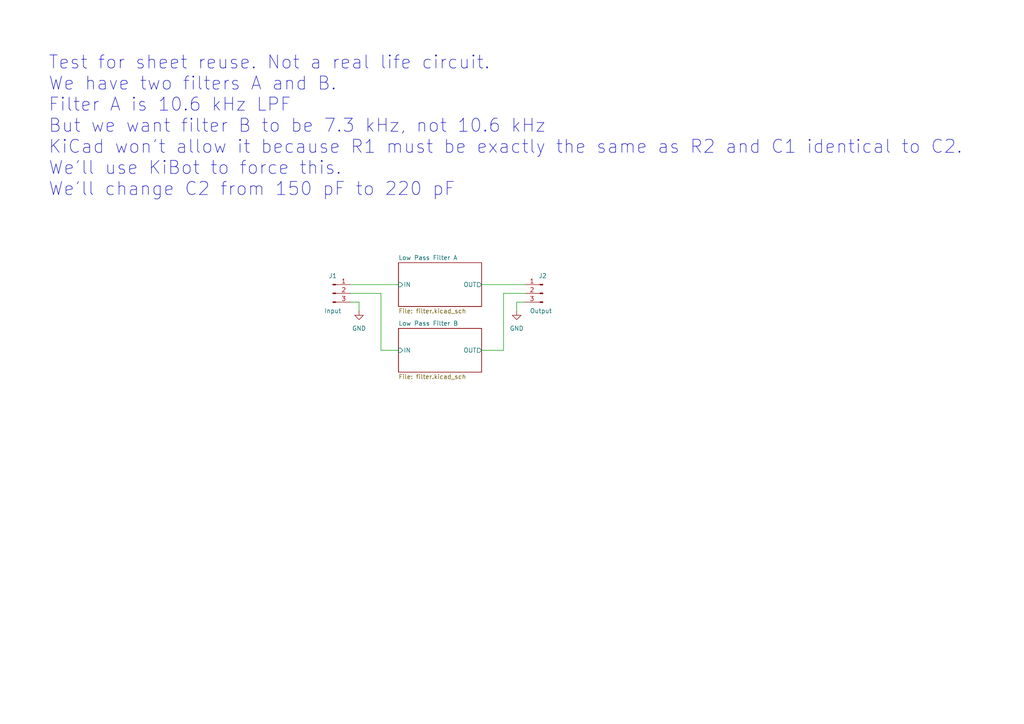
<source format=kicad_sch>
(kicad_sch (version 20250114) (generator "eeschema") (generator_version "9.0")
  (paper "A4")
  (title_block (title "Value change, two filters example") (date "2023-04-25") (rev "A") (company "Instituto Nacional de Tecnología Industrial (INTI)") (comment 1 "KiBot"))
  (lib_symbols
    (symbol "Connector:Conn_01x03_Pin" (pin_names (offset 1.016) (hide yes))
      (property "Reference" "J" (at 0 5.08 0))
      (property "Value" "Conn_01x03_Pin" (at 0 -5.08 0))
      (symbol "Conn_01x03_Pin_1_1"
        (rectangle (start 0.8636 2.667) (end 0 2.413) (stroke (width 0.1524)) (fill (type outline)))
        (rectangle (start 0.8636 0.127) (end 0 -0.127) (stroke (width 0.1524)) (fill (type outline)))
        (rectangle (start 0.8636 -2.413) (end 0 -2.667) (stroke (width 0.1524)) (fill (type outline)))
        (polyline (pts (xy 1.27 2.54) (xy 0.8636 2.54)) (stroke (width 0.1524)))
        (polyline (pts (xy 1.27 0) (xy 0.8636 0)) (stroke (width 0.1524)))
        (polyline (pts (xy 1.27 -2.54) (xy 0.8636 -2.54)) (stroke (width 0.1524)))
        (pin passive line (at 5.08 2.54 180) (length 3.81) (name "Pin_1") (number "1"))
        (pin passive line (at 5.08 0 180) (length 3.81) (name "Pin_2") (number "2"))
        (pin passive line (at 5.08 -2.54 180) (length 3.81) (name "Pin_3") (number "3"))
      )
    )
    (symbol "power:GND" (power) (pin_names (offset 0))
      (property "Value" "GND" (at 0 -3.81 0))
      (symbol "GND_0_1"
        (polyline (pts (xy 0 0) (xy 0 -1.27) (xy 1.27 -1.27) (xy 0 -2.54) (xy -1.27 -1.27) (xy 0 -1.27)))
      )
      (symbol "GND_1_1"
        (pin power_in line (at 0 0 270) (length 0) (hide yes) (name "GND") (number "1"))
      )
    )
  )
  (text "Test for sheet reuse. Not a real life circuit.\nWe have two filters A and B.\nFilter A is 10.6 kHz LPF\nBut we want filter B to be 7.3 kHz, not 10.6 kHz\nKiCad won't allow it because R1 must be exactly the same as R2 and C1 identical to C2.\nWe'll use KiBot to force this.\nWe'll change C2 from 150 pF to 220 pF" (at 13.97 57.15 0) (effects (font (size 3.8 3.8)) (justify left bottom)))
  (wire (pts (xy 139.7 82.55) (xy 152.4 82.55)))
  (wire (pts (xy 110.49 101.6) (xy 115.57 101.6)))
  (wire (pts (xy 146.05 101.6) (xy 139.7 101.6)))
  (wire (pts (xy 104.14 87.63) (xy 104.14 90.17)))
  (wire (pts (xy 146.05 85.09) (xy 146.05 101.6)))
  (wire (pts (xy 149.86 87.63) (xy 149.86 90.17)))
  (wire (pts (xy 101.6 82.55) (xy 115.57 82.55)))
  (wire (pts (xy 152.4 85.09) (xy 146.05 85.09)))
  (wire (pts (xy 152.4 87.63) (xy 149.86 87.63)))
  (wire (pts (xy 101.6 85.09) (xy 110.49 85.09)))
  (wire (pts (xy 110.49 85.09) (xy 110.49 101.6)))
  (wire (pts (xy 101.6 87.63) (xy 104.14 87.63)))
  (symbol (lib_id "power:GND") (at 149.86 90.17 0) (unit 1)
    (property "Reference" "#PWR03" (effects (hide yes)))
    (property "Value" "GND" (at 149.86 95.25 0))
  )
  (symbol (lib_id "Connector:Conn_01x03_Pin") (at 96.52 85.09 0) (unit 1)
    (property "Reference" "J1" (at 96.52 80.01 0))
    (property "Value" "Input" (at 96.52 90.17 0))
  )
  (symbol (lib_id "Connector:Conn_01x03_Pin") (at 157.48 85.09 0) (mirror y) (unit 1)
    (property "Reference" "J2" (at 156.21 80.01 0) (effects (justify right)))
    (property "Value" "Output" (at 153.67 90.17 0) (effects (justify right)))
  )
  (symbol (lib_id "power:GND") (at 104.14 90.17 0) (unit 1)
    (property "Reference" "#PWR04" (effects (hide yes)))
    (property "Value" "GND" (at 104.14 95.25 0))
  )
  (sheet (at 115.57 76.2) (size 24.13 12.7) (stroke (width 0.1524))
    (property "Sheetname" "Low Pass Filter A" (at 115.57 75.4884 0) (effects (justify left bottom)))
    (property "Sheetfile" "filter.kicad_sch" (at 115.57 89.4846 0) (effects (justify left top)))
    (pin "OUT" output (at 139.7 82.55 0))
    (pin "IN" input (at 115.57 82.55 180))
  )
  (sheet (at 115.57 95.25) (size 24.13 12.7) (stroke (width 0.1524))
    (property "Sheetname" "Low Pass Filter B" (at 115.57 94.5384 0) (effects (justify left bottom)))
    (property "Sheetfile" "filter.kicad_sch" (at 115.57 108.5346 0) (effects (justify left top)))
    (pin "OUT" output (at 139.7 101.6 0))
    (pin "IN" input (at 115.57 101.6 180))
  )
)
</source>
